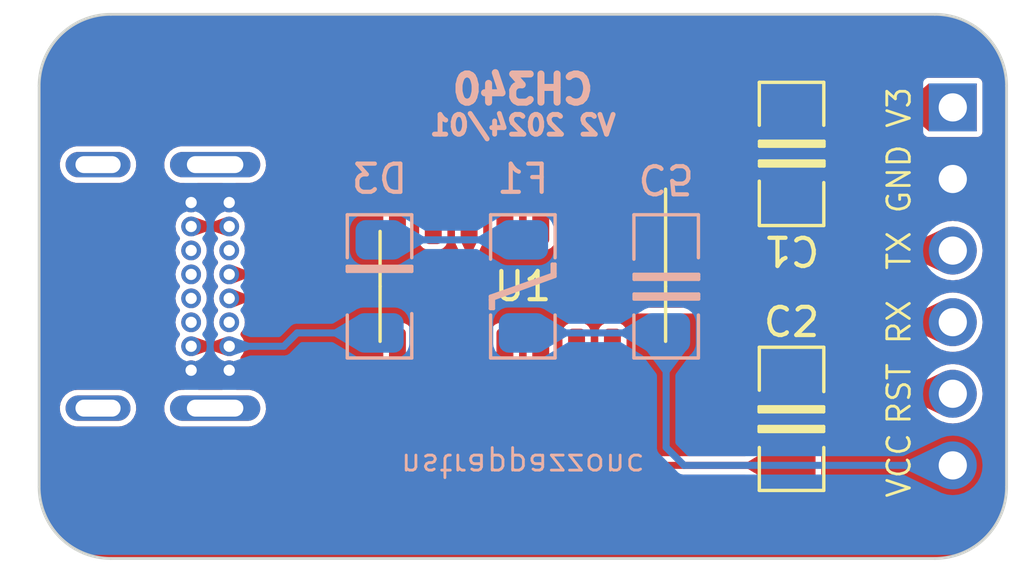
<source format=kicad_pcb>
(kicad_pcb (version 20221018) (generator pcbnew)
  (layers (0 "F.Cu" signal) (31 "B.Cu" signal) (34 "B.Paste" user) (35 "F.Paste" user) (36 "B.SilkS" user "B.Silkscreen") (37 "F.SilkS" user "F.Silkscreen") (38 "B.Mask" user) (39 "F.Mask" user) (44 "Edge.Cuts" user))
  (net 0 "")
  (net 1 "V3")
  (net 2 "RST")
  (net 3 "GND")
  (net 4 "DTR")
  (net 5 "VCC")
  (net 6 "Net-(D3-K)")
  (net 14 "TX")
  (net 15 "RX")
  (net 17 "D-")
  (net 18 "D+")
  (net 19 "VBUS")
  (footprint "Connector_PinHeader_2.54mm:PinHeader_1x06_P2.54mm_Vertical" (layer "F.Cu") (at 106.045 107.315)
    (fp_text reference "J1" hide)
    (fp_text value "Conn_01x06" hide)
    (pad "1" thru_hole rect (at 0 0) (size 1.7 1.7) (drill 1) (layers "*.Cu" "*.Mask") (net 1 "V3"))
    (pad "2" thru_hole oval (at 0 2.54) (size 1.7 1.7) (drill 1) (layers "*.Cu" "*.Mask") (net 3 "GND"))
    (pad "3" thru_hole oval (at 0 5.08) (size 1.7 1.7) (drill 1) (layers "*.Cu" "*.Mask") (net 14 "TX"))
    (pad "4" thru_hole oval (at 0 7.62) (size 1.7 1.7) (drill 1) (layers "*.Cu" "*.Mask") (net 15 "RX"))
    (pad "5" thru_hole oval (at 0 10.16) (size 1.7 1.7) (drill 1) (layers "*.Cu" "*.Mask") (net 2 "RST"))
    (pad "6" thru_hole oval (at 0 12.7) (size 1.7 1.7) (drill 1) (layers "*.Cu" "*.Mask") (net 5 "VCC"))
  )
  (footprint "Library:C1206" (layer "F.Cu") (at 100.33 118.364 90)
    (fp_text reference "C2" (at 3.429 0 unlocked) (layer "F.SilkS"))
    (fp_text value "100nF" hide)
    (fp_line (start -2.54 -1.143) (end -1.016 -1.143) (stroke (width 0.12)) (layer "F.SilkS"))
    (fp_line (start -2.54 1.143) (end -2.54 -1.143) (stroke (width 0.12)) (layer "F.SilkS"))
    (fp_line (start -2.54 1.143) (end -1.016 1.143) (stroke (width 0.12)) (layer "F.SilkS"))
    (fp_line (start -0.45 -1.15) (end -0.2722 -1.15) (stroke (width 0.12)) (layer "F.SilkS"))
    (fp_line (start -0.45 1.136) (end -0.45 -1.15) (stroke (width 0.12)) (layer "F.SilkS"))
    (fp_line (start -0.45 1.136) (end -0.2722 1.136) (stroke (width 0.12)) (layer "F.SilkS"))
    (fp_line (start -0.3484 1.136) (end -0.3484 -1.15) (stroke (width 0.12)) (layer "F.SilkS"))
    (fp_line (start -0.2722 1.136) (end -0.2722 -1.15) (stroke (width 0.12)) (layer "F.SilkS"))
    (fp_line (start 0.25 -1.15) (end 0.4278 -1.15) (stroke (width 0.12)) (layer "F.SilkS"))
    (fp_line (start 0.25 1.136) (end 0.25 -1.15) (stroke (width 0.12)) (layer "F.SilkS"))
    (fp_line (start 0.25 1.136) (end 0.4278 1.136) (stroke (width 0.12)) (layer "F.SilkS"))
    (fp_line (start 0.3516 1.136) (end 0.3516 -1.15) (stroke (width 0.12)) (layer "F.SilkS"))
    (fp_line (start 0.4278 1.136) (end 0.4278 -1.15) (stroke (width 0.12)) (layer "F.SilkS"))
    (fp_line (start 2.54 -1.143) (end 1.016 -1.143) (stroke (width 0.12)) (layer "F.SilkS"))
    (fp_line (start 2.54 -1.143) (end 2.54 1.143) (stroke (width 0.12)) (layer "F.SilkS"))
    (fp_line (start 2.54 1.143) (end 0.9652 1.143) (stroke (width 0.12)) (layer "F.SilkS"))
    (pad "1" smd roundrect (at -1.651 0 90) (size 1.4 1.7) (layers "F.Cu" "F.Paste" "F.Mask") (net 4 "DTR"))
    (pad "2" smd roundrect (at 1.651 -0.02 90) (size 1.4 1.75) (layers "F.Cu" "F.Paste" "F.Mask") (net 2 "RST"))
  )
  (footprint "Package_SO:SOIC-16_3.9x9.9mm_P1.27mm" (layer "F.Cu") (at 90.805 113.665 -90)
    (fp_text reference "U1" (at 0 0) (layer "F.SilkS"))
    (fp_text value "CH340C" hide)
    (fp_line (start 0 -5.06) (end -3.45 -5.06) (stroke (width 0.12)) (layer "F.SilkS"))
    (fp_line (start 0 -5.06) (end 1.95 -5.06) (stroke (width 0.12)) (layer "F.SilkS"))
    (fp_line (start 0 5.06) (end -1.95 5.06) (stroke (width 0.12)) (layer "F.SilkS"))
    (fp_line (start 0 5.06) (end 1.95 5.06) (stroke (width 0.12)) (layer "F.SilkS"))
    (pad "1" smd roundrect (at -2.475 -4.445 270) (size 1.95 0.6) (layers "F.Cu" "F.Paste" "F.Mask") (net 3 "GND"))
    (pad "2" smd roundrect (at -2.475 -3.175 270) (size 1.95 0.6) (layers "F.Cu" "F.Paste" "F.Mask") (net 14 "TX"))
    (pad "3" smd roundrect (at -2.475 -1.905 270) (size 1.95 0.6) (layers "F.Cu" "F.Paste" "F.Mask") (net 15 "RX"))
    (pad "4" smd roundrect (at -2.475 -0.635 270) (size 1.95 0.6) (layers "F.Cu" "F.Paste" "F.Mask") (net 1 "V3"))
    (pad "5" smd roundrect (at -2.475 0.635 270) (size 1.95 0.6) (layers "F.Cu" "F.Paste" "F.Mask") (net 18 "D+"))
    (pad "6" smd roundrect (at -2.475 1.905 270) (size 1.95 0.6) (layers "F.Cu" "F.Paste" "F.Mask") (net 17 "D-"))
    (pad "7" smd roundrect (at -2.475 3.175 270) (size 1.95 0.6) (layers "F.Cu" "F.Paste" "F.Mask"))
    (pad "8" smd roundrect (at -2.475 4.445 270) (size 1.95 0.6) (layers "F.Cu" "F.Paste" "F.Mask"))
    (pad "9" smd roundrect (at 2.475 4.445 270) (size 1.95 0.6) (layers "F.Cu" "F.Paste" "F.Mask"))
    (pad "10" smd roundrect (at 2.475 3.175 270) (size 1.95 0.6) (layers "F.Cu" "F.Paste" "F.Mask"))
    (pad "11" smd roundrect (at 2.475 1.905 270) (size 1.95 0.6) (layers "F.Cu" "F.Paste" "F.Mask"))
    (pad "12" smd roundrect (at 2.475 0.635 270) (size 1.95 0.6) (layers "F.Cu" "F.Paste" "F.Mask"))
    (pad "13" smd roundrect (at 2.475 -0.635 270) (size 1.95 0.6) (layers "F.Cu" "F.Paste" "F.Mask") (net 4 "DTR"))
    (pad "14" smd roundrect (at 2.475 -1.905 270) (size 1.95 0.6) (layers "F.Cu" "F.Paste" "F.Mask"))
    (pad "15" smd roundrect (at 2.475 -3.175 270) (size 1.95 0.6) (layers "F.Cu" "F.Paste" "F.Mask"))
    (pad "16" smd roundrect (at 2.475 -4.445 270) (size 1.95 0.6) (layers "F.Cu" "F.Paste" "F.Mask") (net 5 "VCC"))
  )
  (footprint "Library:TH_USB_C" (layer "F.Cu") (at 76.835 113.665 -90)
    (fp_text reference "P1" hide)
    (fp_text value "USB_C_Plug_USB2.0" hide)
    (pad "A1" thru_hole circle (at -2.975 -3.5625 270) (size 0.7 0.7) (drill 0.4) (layers "*.Cu" "*.Mask") (net 3 "GND"))
    (pad "A4" thru_hole circle (at -2.125 -3.5625 270) (size 0.7 0.7) (drill 0.4) (layers "*.Cu" "*.Mask") (net 19 "VBUS"))
    (pad "A5" thru_hole circle (at -1.275 -3.5625 270) (size 0.7 0.7) (drill 0.4) (layers "*.Cu" "*.Mask"))
    (pad "A6" thru_hole circle (at -0.425 -3.5625 270) (size 0.7 0.7) (drill 0.4) (layers "*.Cu" "*.Mask") (net 18 "D+"))
    (pad "A7" thru_hole circle (at 0.425 -3.5625 270) (size 0.7 0.7) (drill 0.4) (layers "*.Cu" "*.Mask") (net 17 "D-"))
    (pad "A8" thru_hole circle (at 1.275 -3.5625 270) (size 0.7 0.7) (drill 0.4) (layers "*.Cu" "*.Mask"))
    (pad "A9" thru_hole circle (at 2.125 -3.5625 270) (size 0.7 0.7) (drill 0.4) (layers "*.Cu" "*.Mask") (net 19 "VBUS"))
    (pad "A12" thru_hole circle (at 2.975 -3.5625 270) (size 0.7 0.7) (drill 0.4) (layers "*.Cu" "*.Mask") (net 3 "GND"))
    (pad "B1" thru_hole circle (at 2.975 -2.2125 270) (size 0.7 0.7) (drill 0.4) (layers "*.Cu" "*.Mask") (net 3 "GND"))
    (pad "B4" thru_hole circle (at 2.125 -2.2125 270) (size 0.7 0.7) (drill 0.4) (layers "*.Cu" "*.Mask") (net 19 "VBUS"))
    (pad "B5" thru_hole circle (at 1.275 -2.2125 270) (size 0.7 0.7) (drill 0.4) (layers "*.Cu" "*.Mask"))
    (pad "B6" thru_hole circle (at 0.425 -2.2125 270) (size 0.7 0.7) (drill 0.4) (layers "*.Cu" "*.Mask"))
    (pad "B7" thru_hole circle (at -0.425 -2.2125 270) (size 0.7 0.7) (drill 0.4) (layers "*.Cu" "*.Mask"))
    (pad "B8" thru_hole circle (at -1.275 -2.2125 270) (size 0.7 0.7) (drill 0.4) (layers "*.Cu" "*.Mask"))
    (pad "B9" thru_hole circle (at -2.125 -2.2125 270) (size 0.7 0.7) (drill 0.4) (layers "*.Cu" "*.Mask") (net 19 "VBUS"))
    (pad "B12" thru_hole circle (at -2.975 -2.2125 270) (size 0.7 0.7) (drill 0.4) (layers "*.Cu" "*.Mask") (net 3 "GND"))
    (pad "S1" thru_hole oval (at -4.32 -3.0625 270) (size 0.9 3.2) (drill oval 0.6 2) (layers "*.Cu" "*.Mask"))
    (pad "S1" thru_hole oval (at -4.32 1.0875 270) (size 0.9 2.3) (drill oval 0.6 1.6) (layers "*.Cu" "*.Mask"))
    (pad "S1" thru_hole oval (at 4.32 -3.0625 270) (size 0.9 3.2) (drill oval 0.6 2) (layers "*.Cu" "*.Mask"))
    (pad "S1" thru_hole oval (at 4.32 1.0875 270) (size 0.9 2.3) (drill oval 0.6 1.6) (layers "*.Cu" "*.Mask"))
  )
  (footprint "Library:C1206" (layer "F.Cu") (at 100.33 108.966 -90)
    (fp_text reference "C1" (at 3.429 0 -180 unlocked) (layer "F.SilkS"))
    (fp_text value "10nF" hide)
    (fp_line (start -2.54 -1.143) (end -1.016 -1.143) (stroke (width 0.12)) (layer "F.SilkS"))
    (fp_line (start -2.54 1.143) (end -2.54 -1.143) (stroke (width 0.12)) (layer "F.SilkS"))
    (fp_line (start -2.54 1.143) (end -1.016 1.143) (stroke (width 0.12)) (layer "F.SilkS"))
    (fp_line (start -0.45 -1.15) (end -0.2722 -1.15) (stroke (width 0.12)) (layer "F.SilkS"))
    (fp_line (start -0.45 1.136) (end -0.45 -1.15) (stroke (width 0.12)) (layer "F.SilkS"))
    (fp_line (start -0.45 1.136) (end -0.2722 1.136) (stroke (width 0.12)) (layer "F.SilkS"))
    (fp_line (start -0.3484 1.136) (end -0.3484 -1.15) (stroke (width 0.12)) (layer "F.SilkS"))
    (fp_line (start -0.2722 1.136) (end -0.2722 -1.15) (stroke (width 0.12)) (layer "F.SilkS"))
    (fp_line (start 0.25 -1.15) (end 0.4278 -1.15) (stroke (width 0.12)) (layer "F.SilkS"))
    (fp_line (start 0.25 1.136) (end 0.25 -1.15) (stroke (width 0.12)) (layer "F.SilkS"))
    (fp_line (start 0.25 1.136) (end 0.4278 1.136) (stroke (width 0.12)) (layer "F.SilkS"))
    (fp_line (start 0.3516 1.136) (end 0.3516 -1.15) (stroke (width 0.12)) (layer "F.SilkS"))
    (fp_line (start 0.4278 1.136) (end 0.4278 -1.15) (stroke (width 0.12)) (layer "F.SilkS"))
    (fp_line (start 2.54 -1.143) (end 1.016 -1.143) (stroke (width 0.12)) (layer "F.SilkS"))
    (fp_line (start 2.54 -1.143) (end 2.54 1.143) (stroke (width 0.12)) (layer "F.SilkS"))
    (fp_line (start 2.54 1.143) (end 0.9652 1.143) (stroke (width 0.12)) (layer "F.SilkS"))
    (pad "1" smd roundrect (at -1.651 0 270) (size 1.4 1.7) (layers "F.Cu" "F.Paste" "F.Mask") (net 1 "V3"))
    (pad "2" smd roundrect (at 1.651 -0.02 270) (size 1.4 1.75) (layers "F.Cu" "F.Paste" "F.Mask") (net 3 "GND"))
  )
  (footprint "Library:F1206" (layer "B.Cu") (at 90.805 113.665 90)
    (fp_text reference "F1" (at 3.81 0 unlocked) (layer "B.SilkS") (effects (justify mirror)))
    (fp_text value "Polyfuse" hide)
    (fp_line (start -2.54 -1.143) (end -2.54 1.143) (stroke (width 0.12)) (layer "B.SilkS"))
    (fp_line (start -2.54 -1.143) (end -1.016 -1.143) (stroke (width 0.12)) (layer "B.SilkS"))
    (fp_line (start -2.54 1.143) (end -1.016 1.143) (stroke (width 0.12)) (layer "B.SilkS"))
    (fp_line (start -0.7874 -1.15) (end -0.3514 -1.15) (stroke (width 0.12)) (layer "B.SilkS"))
    (fp_line (start -0.7874 -1.0414) (end -0.7874 -1.15) (stroke (width 0.12)) (layer "B.SilkS"))
    (fp_line (start -0.7874 -1.0414) (end -0.3514 -1.0414) (stroke (width 0.12)) (layer "B.SilkS"))
    (fp_line (start -0.4754 -1.15) (end 0.3556 1.14) (stroke (width 0.12)) (layer "B.SilkS"))
    (fp_line (start -0.3514 -1.15) (end 0.4572 1.14) (stroke (width 0.12)) (layer "B.SilkS"))
    (fp_line (start 0.3514 1.0414) (end 0.7874 1.0414) (stroke (width 0.12)) (layer "B.SilkS"))
    (fp_line (start 0.3556 1.14) (end 0.7874 1.14) (stroke (width 0.12)) (layer "B.SilkS"))
    (fp_line (start 0.7874 1.0414) (end 0.7874 1.14) (stroke (width 0.12)) (layer "B.SilkS"))
    (fp_line (start 2.54 -1.143) (end 0.9652 -1.143) (stroke (width 0.12)) (layer "B.SilkS"))
    (fp_line (start 2.54 1.143) (end 1.016 1.143) (stroke (width 0.12)) (layer "B.SilkS"))
    (fp_line (start 2.54 1.143) (end 2.54 -1.143) (stroke (width 0.12)) (layer "B.SilkS"))
    (pad "1" smd roundrect (at -1.651 0 90) (size 1.4 1.7) (layers "B.Cu" "B.Paste" "B.Mask") (net 5 "VCC"))
    (pad "2" smd roundrect (at 1.651 0.02 90) (size 1.4 1.75) (layers "B.Cu" "B.Paste" "B.Mask") (net 6 "Net-(D3-K)"))
  )
  (footprint "Library:D1206" (layer "B.Cu") (at 85.725 113.665 -90)
    (fp_text reference "D3" (at -3.81 0 unlocked) (layer "B.SilkS") (effects (justify mirror)))
    (fp_text value "D" hide)
    (fp_line (start -2.54 -1.143) (end -2.54 1.143) (stroke (width 0.12)) (layer "B.SilkS"))
    (fp_line (start -2.54 -1.143) (end -1.016 -1.143) (stroke (width 0.12)) (layer "B.SilkS"))
    (fp_line (start -2.54 1.143) (end -1.016 1.143) (stroke (width 0.12)) (layer "B.SilkS"))
    (fp_line (start -0.7112 -1.143) (end -0.7112 1.143) (stroke (width 0.12)) (layer "B.SilkS"))
    (fp_line (start -0.7112 -1.143) (end -0.5334 -1.143) (stroke (width 0.12)) (layer "B.SilkS"))
    (fp_line (start -0.7112 1.143) (end -0.5334 1.143) (stroke (width 0.12)) (layer "B.SilkS"))
    (fp_line (start -0.6096 -1.143) (end -0.6096 1.143) (stroke (width 0.12)) (layer "B.SilkS"))
    (fp_line (start -0.5334 -1.143) (end -0.5334 1.143) (stroke (width 0.12)) (layer "B.SilkS"))
    (fp_line (start 2.54 -1.143) (end 0.9652 -1.143) (stroke (width 0.12)) (layer "B.SilkS"))
    (fp_line (start 2.54 1.143) (end 1.016 1.143) (stroke (width 0.12)) (layer "B.SilkS"))
    (fp_line (start 2.54 1.143) (end 2.54 -1.143) (stroke (width 0.12)) (layer "B.SilkS"))
    (pad "1" smd roundrect (at -1.651 0 270) (size 1.4 1.7) (layers "B.Cu" "B.Paste" "B.Mask") (net 6 "Net-(D3-K)"))
    (pad "2" smd roundrect (at 1.651 0.02 270) (size 1.4 1.75) (layers "B.Cu" "B.Paste" "B.Mask") (net 19 "VBUS"))
  )
  (footprint "Library:C1206" (layer "B.Cu") (at 95.885 113.665 90)
    (fp_text reference "C5" (at 3.81 0 180 unlocked) (layer "B.SilkS") (effects (justify mirror)))
    (fp_text value "100nF" hide)
    (fp_line (start -2.54 -1.143) (end -2.54 1.143) (stroke (width 0.12)) (layer "B.SilkS"))
    (fp_line (start -2.54 -1.143) (end -1.016 -1.143) (stroke (width 0.12)) (layer "B.SilkS"))
    (fp_line (start -2.54 1.143) (end -1.016 1.143) (stroke (width 0.12)) (layer "B.SilkS"))
    (fp_line (start -0.45 -1.136) (end -0.45 1.15) (stroke (width 0.12)) (layer "B.SilkS"))
    (fp_line (start -0.45 -1.136) (end -0.2722 -1.136) (stroke (width 0.12)) (layer "B.SilkS"))
    (fp_line (start -0.45 1.15) (end -0.2722 1.15) (stroke (width 0.12)) (layer "B.SilkS"))
    (fp_line (start -0.3484 -1.136) (end -0.3484 1.15) (stroke (width 0.12)) (layer "B.SilkS"))
    (fp_line (start -0.2722 -1.136) (end -0.2722 1.15) (stroke (width 0.12)) (layer "B.SilkS"))
    (fp_line (start 0.25 -1.136) (end 0.25 1.15) (stroke (width 0.12)) (layer "B.SilkS"))
    (fp_line (start 0.25 -1.136) (end 0.4278 -1.136) (stroke (width 0.12)) (layer "B.SilkS"))
    (fp_line (start 0.25 1.15) (end 0.4278 1.15) (stroke (width 0.12)) (layer "B.SilkS"))
    (fp_line (start 0.3516 -1.136) (end 0.3516 1.15) (stroke (width 0.12)) (layer "B.SilkS"))
    (fp_line (start 0.4278 -1.136) (end 0.4278 1.15) (stroke (width 0.12)) (layer "B.SilkS"))
    (fp_line (start 2.54 -1.143) (end 0.9652 -1.143) (stroke (width 0.12)) (layer "B.SilkS"))
    (fp_line (start 2.54 1.143) (end 1.016 1.143) (stroke (width 0.12)) (layer "B.SilkS"))
    (fp_line (start 2.54 1.143) (end 2.54 -1.143) (stroke (width 0.12)) (layer "B.SilkS"))
    (pad "1" smd roundrect (at -1.651 0 90) (size 1.4 1.7) (layers "B.Cu" "B.Paste" "B.Mask") (net 5 "VCC"))
    (pad "2" smd roundrect (at 1.651 0.02 90) (size 1.4 1.75) (layers "B.Cu" "B.Paste" "B.Mask") (net 3 "GND"))
  )
  (gr_arc (start 105.41 104.013) (mid 107.206051 104.756949) (end 107.95 106.553) (stroke (width 0.1)) (layer "Edge.Cuts"))
  (gr_line (start 73.66 106.553) (end 73.66 120.777) (stroke (width 0.1)) (layer "Edge.Cuts"))
  (gr_arc (start 107.95 120.777) (mid 107.206051 122.573051) (end 105.41 123.317) (stroke (width 0.1)) (layer "Edge.Cuts"))
  (gr_line (start 107.95 120.777) (end 107.95 106.553) (stroke (width 0.1)) (layer "Edge.Cuts"))
  (gr_arc (start 76.2 123.317) (mid 74.403949 122.573051) (end 73.66 120.777) (stroke (width 0.1)) (layer "Edge.Cuts"))
  (gr_arc (start 73.66 106.553) (mid 74.403949 104.756949) (end 76.2 104.013) (stroke (width 0.1)) (layer "Edge.Cuts"))
  (gr_line (start 76.2 123.317) (end 105.41 123.317) (stroke (width 0.1)) (layer "Edge.Cuts"))
  (gr_line (start 105.41 104.013) (end 76.2 104.013) (stroke (width 0.1)) (layer "Edge.Cuts"))
  (gr_text "V2 2024/01" (at 90.805 107.95) (layer "B.SilkS") (effects (font (size 0.7 0.7) (thickness 0.175) bold) (justify mirror)))
  (gr_text "CH340" (at 90.805 106.68) (layer "B.SilkS") (effects (font (size 1 1) (thickness 0.25)) (justify mirror)))
  (gr_text "nstrappazzonc" (at 90.805 120.015 180) (layer "B.SilkS") (effects (font (size 0.8 0.8) (thickness 0.1)) (justify mirror)))
  (gr_text "RST" (at 104.14 117.475 90) (layer "F.SilkS") (effects (font (size 0.8 0.8) (thickness 0.1))))
  (gr_text "V3" (at 104.14 107.315 90) (layer "F.SilkS") (effects (font (size 0.8 0.8) (thickness 0.1))))
  (gr_text "TX" (at 104.14 112.395 90) (layer "F.SilkS") (effects (font (size 0.8 0.8) (thickness 0.1))))
  (gr_text "RX" (at 104.14 114.935 90) (layer "F.SilkS") (effects (font (size 0.8 0.8) (thickness 0.1))))
  (gr_text "GND" (at 104.14 109.855 90) (layer "F.SilkS") (effects (font (size 0.8 0.8) (thickness 0.1))))
  (gr_text "VCC" (at 104.14 120.015 90) (layer "F.SilkS") (effects (font (size 0.8 0.8) (thickness 0.1))))
  (segment (start 91.44 107.95) (end 92.075 107.315) (width 0.25) (layer "F.Cu") (net 1))
  (segment (start 91.44 111.19) (end 91.44 107.95) (width 0.25) (layer "F.Cu") (net 1))
  (segment (start 92.075 107.315) (end 100.33 107.315) (width 0.25) (layer "F.Cu") (net 1))
  (segment (start 106.045 107.315) (end 100.33 107.315) (width 0.25) (layer "F.Cu") (net 1))
  (segment (start 103.505 117.475) (end 106.045 117.475) (width 0.25) (layer "F.Cu") (net 2))
  (segment (start 102.743 116.713) (end 103.505 117.475) (width 0.25) (layer "F.Cu") (net 2))
  (segment (start 100.31 116.713) (end 102.743 116.713) (width 0.25) (layer "F.Cu") (net 2))
  (segment (start 100.35 110.617) (end 102.743 110.617) (width 0.25) (layer "F.Cu") (net 3))
  (segment (start 100.35 110.617) (end 97.663 110.617) (width 0.25) (layer "F.Cu") (net 3))
  (segment (start 102.743 110.617) (end 103.505 109.855) (width 0.25) (layer "F.Cu") (net 3))
  (segment (start 95.25 111.19) (end 97.09 111.19) (width 0.25) (layer "F.Cu") (net 3))
  (segment (start 97.663 110.617) (end 97.09 111.19) (width 0.25) (layer "F.Cu") (net 3))
  (segment (start 103.505 109.855) (end 106.045 109.855) (width 0.25) (layer "F.Cu") (net 3))
  (segment (start 91.44 119.38) (end 92.075 120.015) (width 0.25) (layer "F.Cu") (net 4))
  (segment (start 92.075 120.015) (end 100.33 120.015) (width 0.25) (layer "F.Cu") (net 4))
  (segment (start 91.44 116.14) (end 91.44 119.38) (width 0.25) (layer "F.Cu") (net 4))
  (segment (start 90.805 115.316) (end 95.885 115.316) (width 0.25) (layer "B.Cu") (net 5))
  (segment (start 96.52 120.015) (end 106.045 120.015) (width 0.25) (layer "B.Cu") (net 5))
  (segment (start 95.885 115.316) (end 95.885 119.38) (width 0.25) (layer "B.Cu") (net 5))
  (segment (start 95.885 119.38) (end 96.52 120.015) (width 0.25) (layer "B.Cu") (net 5))
  (segment (start 85.725 112.014) (end 90.825 112.014) (width 0.25) (layer "B.Cu") (net 6))
  (segment (start 106.045 112.395) (end 103.505 112.395) (width 0.25) (layer "F.Cu") (net 14))
  (segment (start 94.488 113.03) (end 93.98 112.522) (width 0.25) (layer "F.Cu") (net 14))
  (segment (start 103.505 112.395) (end 102.87 113.03) (width 0.25) (layer "F.Cu") (net 14))
  (segment (start 93.98 112.522) (end 93.98 111.19) (width 0.25) (layer "F.Cu") (net 14))
  (segment (start 102.87 113.03) (end 94.488 113.03) (width 0.25) (layer "F.Cu") (net 14))
  (segment (start 92.71 113.03) (end 93.98 114.3) (width 0.25) (layer "F.Cu") (net 15))
  (segment (start 93.98 114.3) (end 102.87 114.3) (width 0.25) (layer "F.Cu") (net 15))
  (segment (start 102.87 114.3) (end 103.505 114.935) (width 0.25) (layer "F.Cu") (net 15))
  (segment (start 103.505 114.935) (end 106.045 114.935) (width 0.25) (layer "F.Cu") (net 15))
  (segment (start 92.71 111.19) (end 92.71 113.03) (width 0.25) (layer "F.Cu") (net 15))
  (segment (start 88.475 114.09) (end 88.9 113.665) (width 0.2) (layer "F.Cu") (net 17))
  (segment (start 80.3975 114.09) (end 88.475 114.09) (width 0.2) (layer "F.Cu") (net 17))
  (segment (start 88.9 113.665) (end 88.9 111.19) (width 0.2) (layer "F.Cu") (net 17))
  (segment (start 84.455 109.22) (end 83.82 109.855) (width 0.2) (layer "F.Cu") (net 18))
  (segment (start 90.17 109.855) (end 89.535 109.22) (width 0.2) (layer "F.Cu") (net 18))
  (segment (start 83.82 112.395) (end 82.975 113.24) (width 0.2) (layer "F.Cu") (net 18))
  (segment (start 90.17 111.19) (end 90.17 109.855) (width 0.2) (layer "F.Cu") (net 18))
  (segment (start 82.975 113.24) (end 80.3975 113.24) (width 0.2) (layer "F.Cu") (net 18))
  (segment (start 89.535 109.22) (end 84.455 109.22) (width 0.2) (layer "F.Cu") (net 18))
  (segment (start 83.82 109.855) (end 83.82 112.395) (width 0.2) (layer "F.Cu") (net 18))
  (segment (start 79.0475 115.79) (end 80.3975 115.79) (width 0.25) (layer "F.Cu") (net 19))
  (segment (start 79.0475 111.54) (end 80.3975 111.54) (width 0.25) (layer "F.Cu") (net 19))
  (segment (start 85.705 115.316) (end 82.804 115.316) (width 0.25) (layer "B.Cu") (net 19))
  (segment (start 80.3975 115.79) (end 82.33 115.79) (width 0.25) (layer "B.Cu") (net 19))
  (segment (start 82.804 115.316) (end 82.33 115.79) (width 0.25) (layer "B.Cu") (net 19))
  (zone (net 5) (net_name "VCC") (layer "F.Cu") (connect_pads yes (clearance 0.2)) (min_thickness 0.2) (fill yes (thermal_gap 0.2) (thermal_bridge_width 0.2) (island_removal_mode 1) (island_area_min 0))
    (polygon (pts (xy 108.585 123.825) (xy 73.66 123.825) (xy 73.66 104.14) (xy 108.585 104.14)))
  )
  (zone (net 3) (net_name "GND") (layer "B.Cu") (connect_pads yes (clearance 0.2)) (min_thickness 0.2) (fill yes (thermal_gap 0.2) (thermal_bridge_width 0.2))
    (polygon (pts (xy 107.95 123.19) (xy 73.66 123.19) (xy 73.66 103.505) (xy 107.95 103.505)))
  )
)
</source>
